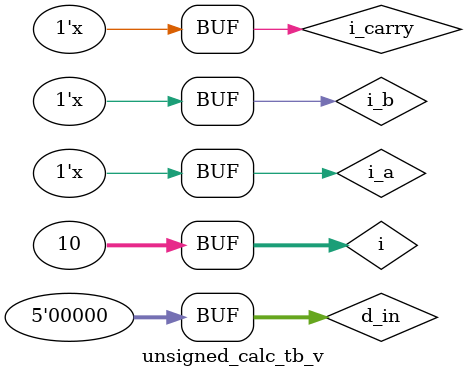
<source format=v>

`timescale 1ms/1ms

module unsigned_calc_tb_v;


  reg  i_a    ;
  reg  i_b    ;
  reg  i_carry;
  wire o_s    ;
  wire o_carry;
  
  reg [4:0] d_in = 5'b00000;
  integer i;
  
  // duv port map options:
  unsigned_calc_v  duv (
                            .i_a    (i_a    ),
                            .i_b    (i_b    ),
                            .i_carry(i_carry),
                            .o_s    (o_s    ),
                            .o_carry(o_carry)
  );

  //procedure statement
  initial begin

      //                      |
      //                      |
      //                      V
      for (i = 0 ; i < ( 2 ** 3 ) + 2 ; i = i + 1) begin
        #1000 i_a     = d_in[0];
              i_b     = d_in[1];
              i_carry = d_in[2];
              
      
        // #1000 i_code = d_in;
        // #1000 o_code[0] = d_in[0]; o_code[1] = d_in[1]; o_code[2] = d_in[]; i_d = d_in[4];
        d_in = d_in + 1;
      end
          
    end

endmodule

</source>
